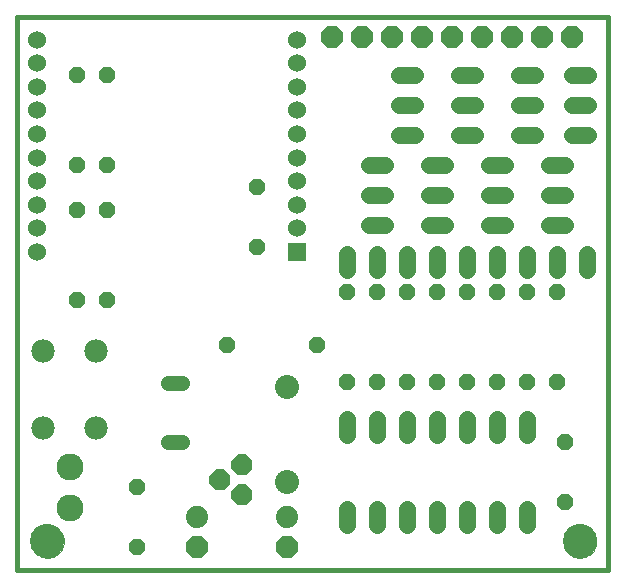
<source format=gbs>
G75*
G70*
%OFA0B0*%
%FSLAX24Y24*%
%IPPOS*%
%LPD*%
%AMOC8*
5,1,8,0,0,1.08239X$1,22.5*
%
%ADD10C,0.0160*%
%ADD11C,0.0000*%
%ADD12C,0.1142*%
%ADD13C,0.0560*%
%ADD14OC8,0.0560*%
%ADD15OC8,0.0740*%
%ADD16C,0.0740*%
%ADD17C,0.0516*%
%ADD18OC8,0.0700*%
%ADD19C,0.0800*%
%ADD20C,0.0600*%
%ADD21R,0.0600X0.0600*%
%ADD22C,0.0900*%
%ADD23C,0.0780*%
D10*
X000650Y000650D02*
X020335Y000650D01*
X020335Y019085D01*
X000650Y019085D01*
X000650Y000650D01*
D11*
X001099Y001595D02*
X001101Y001642D01*
X001107Y001688D01*
X001117Y001734D01*
X001130Y001779D01*
X001148Y001822D01*
X001169Y001864D01*
X001193Y001904D01*
X001221Y001941D01*
X001252Y001976D01*
X001286Y002009D01*
X001322Y002038D01*
X001361Y002064D01*
X001402Y002087D01*
X001445Y002106D01*
X001489Y002122D01*
X001534Y002134D01*
X001580Y002142D01*
X001627Y002146D01*
X001673Y002146D01*
X001720Y002142D01*
X001766Y002134D01*
X001811Y002122D01*
X001855Y002106D01*
X001898Y002087D01*
X001939Y002064D01*
X001978Y002038D01*
X002014Y002009D01*
X002048Y001976D01*
X002079Y001941D01*
X002107Y001904D01*
X002131Y001864D01*
X002152Y001822D01*
X002170Y001779D01*
X002183Y001734D01*
X002193Y001688D01*
X002199Y001642D01*
X002201Y001595D01*
X002199Y001548D01*
X002193Y001502D01*
X002183Y001456D01*
X002170Y001411D01*
X002152Y001368D01*
X002131Y001326D01*
X002107Y001286D01*
X002079Y001249D01*
X002048Y001214D01*
X002014Y001181D01*
X001978Y001152D01*
X001939Y001126D01*
X001898Y001103D01*
X001855Y001084D01*
X001811Y001068D01*
X001766Y001056D01*
X001720Y001048D01*
X001673Y001044D01*
X001627Y001044D01*
X001580Y001048D01*
X001534Y001056D01*
X001489Y001068D01*
X001445Y001084D01*
X001402Y001103D01*
X001361Y001126D01*
X001322Y001152D01*
X001286Y001181D01*
X001252Y001214D01*
X001221Y001249D01*
X001193Y001286D01*
X001169Y001326D01*
X001148Y001368D01*
X001130Y001411D01*
X001117Y001456D01*
X001107Y001502D01*
X001101Y001548D01*
X001099Y001595D01*
X018849Y001595D02*
X018851Y001642D01*
X018857Y001688D01*
X018867Y001734D01*
X018880Y001779D01*
X018898Y001822D01*
X018919Y001864D01*
X018943Y001904D01*
X018971Y001941D01*
X019002Y001976D01*
X019036Y002009D01*
X019072Y002038D01*
X019111Y002064D01*
X019152Y002087D01*
X019195Y002106D01*
X019239Y002122D01*
X019284Y002134D01*
X019330Y002142D01*
X019377Y002146D01*
X019423Y002146D01*
X019470Y002142D01*
X019516Y002134D01*
X019561Y002122D01*
X019605Y002106D01*
X019648Y002087D01*
X019689Y002064D01*
X019728Y002038D01*
X019764Y002009D01*
X019798Y001976D01*
X019829Y001941D01*
X019857Y001904D01*
X019881Y001864D01*
X019902Y001822D01*
X019920Y001779D01*
X019933Y001734D01*
X019943Y001688D01*
X019949Y001642D01*
X019951Y001595D01*
X019949Y001548D01*
X019943Y001502D01*
X019933Y001456D01*
X019920Y001411D01*
X019902Y001368D01*
X019881Y001326D01*
X019857Y001286D01*
X019829Y001249D01*
X019798Y001214D01*
X019764Y001181D01*
X019728Y001152D01*
X019689Y001126D01*
X019648Y001103D01*
X019605Y001084D01*
X019561Y001068D01*
X019516Y001056D01*
X019470Y001048D01*
X019423Y001044D01*
X019377Y001044D01*
X019330Y001048D01*
X019284Y001056D01*
X019239Y001068D01*
X019195Y001084D01*
X019152Y001103D01*
X019111Y001126D01*
X019072Y001152D01*
X019036Y001181D01*
X019002Y001214D01*
X018971Y001249D01*
X018943Y001286D01*
X018919Y001326D01*
X018898Y001368D01*
X018880Y001411D01*
X018867Y001456D01*
X018857Y001502D01*
X018851Y001548D01*
X018849Y001595D01*
D12*
X019400Y001595D03*
X001650Y001595D03*
D13*
X011650Y002140D02*
X011650Y002660D01*
X012650Y002660D02*
X012650Y002140D01*
X013650Y002140D02*
X013650Y002660D01*
X014650Y002660D02*
X014650Y002140D01*
X015650Y002140D02*
X015650Y002660D01*
X016650Y002660D02*
X016650Y002140D01*
X017650Y002140D02*
X017650Y002660D01*
X017650Y005140D02*
X017650Y005660D01*
X016650Y005660D02*
X016650Y005140D01*
X015650Y005140D02*
X015650Y005660D01*
X014650Y005660D02*
X014650Y005140D01*
X013650Y005140D02*
X013650Y005660D01*
X012650Y005660D02*
X012650Y005140D01*
X011650Y005140D02*
X011650Y005660D01*
X011650Y010640D02*
X011650Y011160D01*
X012650Y011160D02*
X012650Y010640D01*
X013650Y010640D02*
X013650Y011160D01*
X014650Y011160D02*
X014650Y010640D01*
X015650Y010640D02*
X015650Y011160D01*
X016650Y011160D02*
X016650Y010640D01*
X017650Y010640D02*
X017650Y011160D01*
X018650Y011160D02*
X018650Y010640D01*
X019650Y010640D02*
X019650Y011160D01*
X018910Y012150D02*
X018390Y012150D01*
X018390Y013150D02*
X018910Y013150D01*
X018910Y014150D02*
X018390Y014150D01*
X017910Y015150D02*
X017390Y015150D01*
X017390Y016150D02*
X017910Y016150D01*
X017910Y017150D02*
X017390Y017150D01*
X015910Y017150D02*
X015390Y017150D01*
X015390Y016150D02*
X015910Y016150D01*
X015910Y015150D02*
X015390Y015150D01*
X014910Y014150D02*
X014390Y014150D01*
X014390Y013150D02*
X014910Y013150D01*
X014910Y012150D02*
X014390Y012150D01*
X012910Y012150D02*
X012390Y012150D01*
X012390Y013150D02*
X012910Y013150D01*
X012910Y014150D02*
X012390Y014150D01*
X013390Y015150D02*
X013910Y015150D01*
X013910Y016150D02*
X013390Y016150D01*
X013390Y017150D02*
X013910Y017150D01*
X016390Y014150D02*
X016910Y014150D01*
X016910Y013150D02*
X016390Y013150D01*
X016390Y012150D02*
X016910Y012150D01*
X019140Y015150D02*
X019660Y015150D01*
X019660Y016150D02*
X019140Y016150D01*
X019140Y017150D02*
X019660Y017150D01*
D14*
X018650Y009900D03*
X017650Y009900D03*
X016650Y009900D03*
X015650Y009900D03*
X014650Y009900D03*
X013650Y009900D03*
X012650Y009900D03*
X011650Y009900D03*
X010650Y008150D03*
X011650Y006900D03*
X012650Y006900D03*
X013650Y006900D03*
X014650Y006900D03*
X015650Y006900D03*
X016650Y006900D03*
X017650Y006900D03*
X018650Y006900D03*
X018900Y004900D03*
X018900Y002900D03*
X008650Y011400D03*
X008650Y013400D03*
X003650Y012650D03*
X002650Y012650D03*
X002650Y014150D03*
X003650Y014150D03*
X003650Y017150D03*
X002650Y017150D03*
X002650Y009650D03*
X003650Y009650D03*
X007650Y008150D03*
X004650Y003400D03*
X004650Y001400D03*
D15*
X006650Y001400D03*
X009650Y001400D03*
X011150Y018400D03*
X012150Y018400D03*
X013150Y018400D03*
X014150Y018400D03*
X015150Y018400D03*
X016150Y018400D03*
X017150Y018400D03*
X018150Y018400D03*
X019150Y018400D03*
D16*
X009650Y002400D03*
X006650Y002400D03*
D17*
X006138Y004916D02*
X005662Y004916D01*
X005662Y006884D02*
X006138Y006884D01*
D18*
X008150Y004150D03*
X007400Y003650D03*
X008150Y003150D03*
D19*
X009650Y003575D03*
X009650Y006725D03*
D20*
X009981Y012022D03*
X009981Y012809D03*
X009981Y013597D03*
X009981Y014384D03*
X009981Y015172D03*
X009981Y015959D03*
X009981Y016746D03*
X009981Y017534D03*
X009981Y018321D03*
X001319Y018321D03*
X001319Y017534D03*
X001319Y016746D03*
X001319Y015959D03*
X001319Y015172D03*
X001319Y014384D03*
X001319Y013597D03*
X001319Y012809D03*
X001319Y012022D03*
X001319Y011235D03*
D21*
X009981Y011235D03*
D22*
X002400Y004069D03*
X002400Y002691D03*
D23*
X001510Y005370D03*
X003290Y005370D03*
X003290Y007930D03*
X001510Y007930D03*
M02*

</source>
